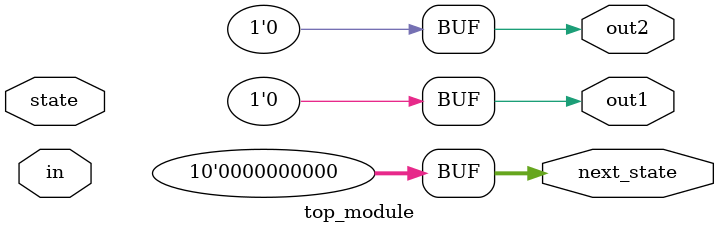
<source format=sv>
module top_module (
	input in,
	input [9:0] state,
	output [9:0] next_state,
	output out1,
	output out2);

	assign next_state = 10'b0;
	assign out1 = 1'b0;
	assign out2 = 1'b0;

	always @* begin
		case(state)
			10'b0000000001: begin
				if (in == 1'b0) begin
					next_state = 10'b0000000001;
				end else begin
					next_state = 10'b0000000010;
				end
			end
			10'b0000000010: begin
				if (in == 1'b0) begin
					next_state = 10'b0000000001;
				end else begin
					next_state = 10'b0000000011;
				end
			end
			10'b0000000011: begin
				if (in == 1'b0) begin
					next_state = 10'b0000000001;
				end else begin
					next_state = 10'b0000000100;
				end
			end
			10'b0000000100: begin
				if (in == 1'b0) begin
					next_state = 10'b0000000001;
				end else begin
					next_state = 10'b0000000101;
				end
			end
			10'b0000000101: begin
				if (in == 1'b0) begin
					next_state = 10'b0000001000;
				end else begin
					next_state = 10'b0000000110;
				end
			end
			10'b0000000110: begin
				if (in == 1'b0) begin
					next_state = 10'b0000001001;
				end else begin
					next_state = 10'b0000000111;
				end
			end
			10'b0000000111: begin
				if (in == 1'b0) begin
					next_state = 10'b0000000001;
				end else begin
					next_state = 10'b0000000111;
				end
			end
			10'b0000001000: begin
				if (in == 1'b0) begin
					next_state = 10'b0000000001;
				end else begin
					next_state = 10'b0000000010;
				end
			end
			10'b0000001001: begin
				if (in == 1'b0) begin
					next_state = 10'b0000000001;
				end else begin
					next_state = 10'b0000000010;
				end
			end
			10'b0000001010: begin
				if (in == 1'b0) begin
					next_state = 10'b0000000001;
				end else begin
					next_state = 10'b0000000010;
				end
			end
			default: begin
				next_state = 10'b0;
			end
		endcase
	end

	always @* begin
		case(state)
			10'b0000000111: begin
				out1 = 1'b0;
				out2 = 1'b1;
			end
			10'b0000001000: begin
				out1 = 1'b1;
				out2 = 1'b0;
			end
			10'b0000001001: begin
				out1 = 1'b1;
				out2 = 1'b1;
			end
			default: begin
				out1 = 1'b0;
				out2 = 1'b0;
			end
		endcase
	end

endmodule

</source>
